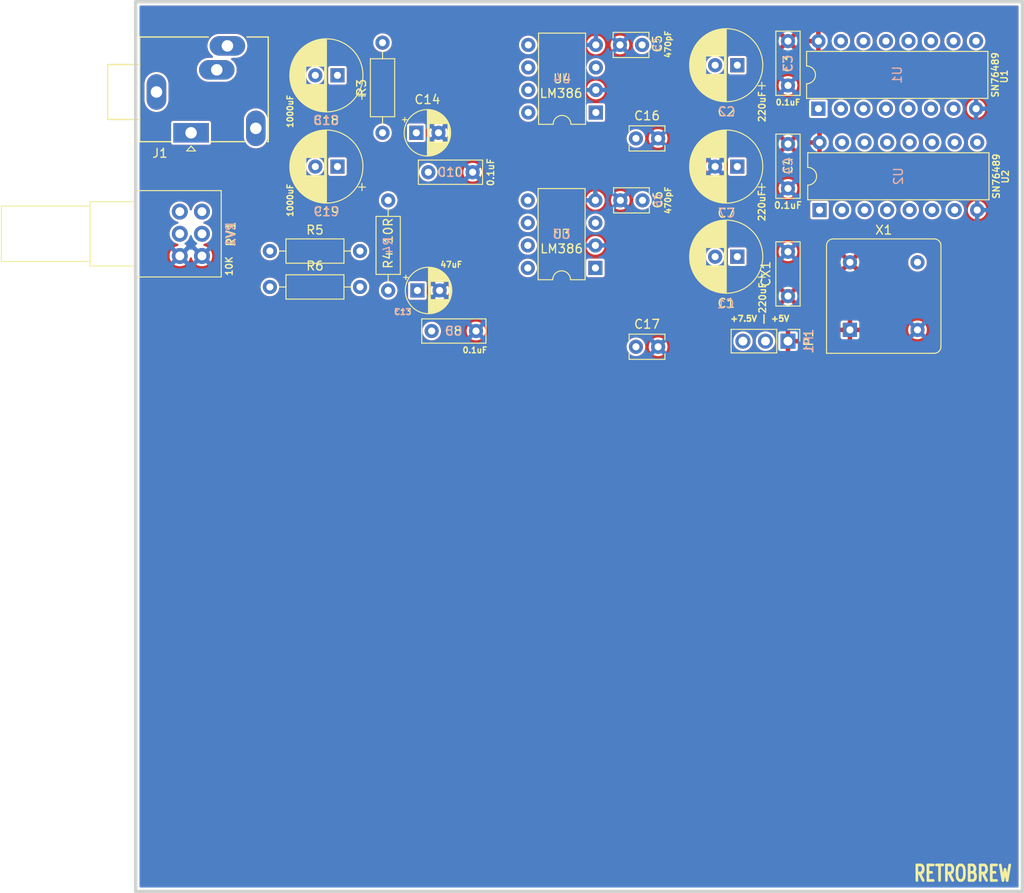
<source format=kicad_pcb>
(kicad_pcb (version 20171130) (host pcbnew "(5.1.12)-1")
  (title_block (date 2021-04-03))
  (layers (0 Component signal) (31 Copper signal) (34 B.Paste user hide) (35 F.Paste user hide) (36 B.SilkS user) (37 F.SilkS user) (38 B.Mask user) (39 F.Mask user) (44 Edge.Cuts user))
  (net 0 "")
  (net 1 GND)
  (net 2 VCC)
  (net 3 /D7)
  (net 4 /D6)
  (net 5 /D5)
  (net 6 /D4)
  (net 7 /D3)
  (net 8 /D2)
  (net 9 /D1)
  (net 10 /D0)
  (net 11 /~WR)
  (net 12 /SN_CLK)
  (net 13 /~WAIT)
  (net 14 /AMPPWR)
  (net 15 "Net-(C1-Pad2)")
  (net 16 "Net-(C2-Pad2)")
  (net 17 "Net-(C5-Pad1)")
  (net 18 "Net-(C6-Pad1)")
  (net 19 "Net-(C13-Pad1)")
  (net 20 "Net-(C16-Pad1)")
  (net 21 "Net-(C17-Pad1)")
  (net 22 "Net-(C14-Pad1)")
  (net 23 "Net-(C18-Pad1)")
  (net 24 "Net-(R5-Pad2)")
  (net 25 "Net-(R6-Pad2)")
  (net 26 /SN_R)
  (net 27 /SN_L)
  (net 28 "Net-(C19-Pad1)")
  (module Capacitor_THT:C_Disc_D3.8mm_W2.6mm_P2.50mm (layer Component) (at 206.375 86.36)
    (fp_text reference C17 (at 1.25 -2.55) (layer F.SilkS))
    (fp_text value 47pF)
    (pad 2 thru_hole circle (at 2.5 0) (size 1.6 1.6) (drill 0.8) (layers *.Cu *.Mask) (net 1 GND))
    (pad 1 thru_hole circle (at 0 0) (size 1.6 1.6) (drill 0.8) (layers *.Cu *.Mask) (net 21 "Net-(C17-Pad1)"))
  )
  (module Capacitor_THT:C_Disc_D3.8mm_W2.6mm_P2.50mm (layer Component) (at 206.375 62.865)
    (fp_text reference C16 (at 1.25 -2.55) (layer F.SilkS))
    (fp_text value 47pF)
    (pad 2 thru_hole circle (at 2.5 0) (size 1.6 1.6) (drill 0.8) (layers *.Cu *.Mask) (net 1 GND))
    (pad 1 thru_hole circle (at 0 0) (size 1.6 1.6) (drill 0.8) (layers *.Cu *.Mask) (net 20 "Net-(C16-Pad1)"))
  )
  (module Resistor_THT:R_Axial_DIN0207_L6.3mm_D2.5mm_P10.16mm_Horizontal (layer Component) (at 165.1 79.615)
    (fp_text reference R6 (at 5.08 -2.37) (layer F.SilkS))
    (fp_text value 33K)
    (pad 2 thru_hole oval (at 10.16 0) (size 1.6 1.6) (drill 0.8) (layers *.Cu *.Mask) (net 25 "Net-(R6-Pad2)"))
    (pad 1 thru_hole circle (at 0 0) (size 1.6 1.6) (drill 0.8) (layers *.Cu *.Mask) (net 16 "Net-(C2-Pad2)"))
  )
  (module Resistor_THT:R_Axial_DIN0207_L6.3mm_D2.5mm_P10.16mm_Horizontal (layer Component) (at 165.1 75.565)
    (fp_text reference R5 (at 5.08 -2.37) (layer F.SilkS))
    (fp_text value 33K)
    (pad 2 thru_hole oval (at 10.16 0) (size 1.6 1.6) (drill 0.8) (layers *.Cu *.Mask) (net 24 "Net-(R5-Pad2)"))
    (pad 1 thru_hole circle (at 0 0) (size 1.6 1.6) (drill 0.8) (layers *.Cu *.Mask) (net 15 "Net-(C1-Pad2)"))
  )
  (module Capacitor_THT:CP_Radial_D8.0mm_P2.50mm (layer Component) (at 217.805 54.61 180)
    (fp_text reference C2 (at 1.25 -5.25) (layer F.SilkS))
    (fp_text value 220uF (at -2.794 -4.6736 270) (layer F.SilkS) (effects (font (size 0.75 0.75))))
    (fp_text user %R (at 1.1684 -5.2324) (layer B.SilkS) (effects (justify mirror)))
    (pad 2 thru_hole circle (at 2.5 0 180) (size 1.6 1.6) (drill 0.8) (layers *.Cu *.Mask) (net 16 "Net-(C2-Pad2)"))
    (pad 1 thru_hole rect (at 0 0 180) (size 1.6 1.6) (drill 0.8) (layers *.Cu *.Mask) (net 26 /SN_R))
  )
  (module Resistor_THT:R_Axial_DIN0207_L6.3mm_D2.5mm_P10.16mm_Horizontal (layer Component) (at 177.8 62.23 90)
    (fp_text reference R3 (at 5.08 -2.37 90) (layer F.SilkS))
    (fp_text value 10R)
    (pad 2 thru_hole oval (at 10.16 0 90) (size 1.6 1.6) (drill 0.8) (layers *.Cu *.Mask) (net 23 "Net-(C18-Pad1)"))
    (pad 1 thru_hole circle (at 0 0 90) (size 1.6 1.6) (drill 0.8) (layers *.Cu *.Mask) (net 20 "Net-(C16-Pad1)"))
  )
  (module Connector_Audio:StereoJack_3.5mm_Switch_Ledino_KB3SPRS_Horizontal (layer Component) (at 156.21 62.23)
    (fp_text reference J1 (at -3.5 2.3) (layer F.SilkS))
    (fp_text value AudioJack3)
    (pad 3 thru_hole oval (at -3.9 -4.6) (size 2.2 4) (drill 1.3) (layers *.Cu *.Mask))
    (pad 2 thru_hole oval (at 4.1 -9.8) (size 4 2.2) (drill 1.3) (layers *.Cu *.Mask))
    (pad 5 thru_hole oval (at 2.9 -7.1) (size 4 2.2) (drill 1.3) (layers *.Cu *.Mask))
    (pad 4 thru_hole oval (at 7.3 -0.5 90) (size 4 2.2) (drill 1.3) (layers *.Cu *.Mask))
    (pad 1 thru_hole rect (at 0 0) (size 4 2.2) (drill 1.3) (layers *.Cu *.Mask))
  )
  (module Capacitor_THT:CP_Radial_D5.0mm_P2.50mm (layer Component) (at 181.61 62.23)
    (fp_text reference C14 (at 1.25 -3.75) (layer F.SilkS))
    (fp_text value 47uF)
    (pad 2 thru_hole circle (at 2.5 0) (size 1.6 1.6) (drill 0.8) (layers *.Cu *.Mask) (net 1 GND))
    (pad 1 thru_hole rect (at 0 0) (size 1.6 1.6) (drill 0.8) (layers *.Cu *.Mask) (net 22 "Net-(C14-Pad1)"))
  )
  (module Oscillator:Oscillator_DIP-8 (layer Component) (at 230.505 84.455)
    (fp_text reference X1 (at 3.81 -11.26) (layer F.SilkS))
    (fp_text value 3.57595Mhz)
    (pad 4 thru_hole circle (at 7.62 0) (size 1.6 1.6) (drill 0.8) (layers *.Cu *.Mask) (net 1 GND))
    (pad 5 thru_hole circle (at 7.62 -7.62) (size 1.6 1.6) (drill 0.8) (layers *.Cu *.Mask) (net 12 /SN_CLK))
    (pad 8 thru_hole circle (at 0 -7.62) (size 1.6 1.6) (drill 0.8) (layers *.Cu *.Mask) (net 2 VCC))
    (pad 1 thru_hole rect (at 0 0) (size 1.6 1.6) (drill 0.8) (layers *.Cu *.Mask) (net 2 VCC))
  )
  (module Capacitor_THT:C_Disc_D7.0mm_W2.5mm_P5.00mm (layer Component) (at 223.52 80.645 90)
    (fp_text reference CX1 (at 2.5 -2.5 90) (layer F.SilkS))
    (fp_text value 0.1uF)
    (pad 2 thru_hole circle (at 5 0 90) (size 1.6 1.6) (drill 0.8) (layers *.Cu *.Mask) (net 1 GND))
    (pad 1 thru_hole circle (at 0 0 90) (size 1.6 1.6) (drill 0.8) (layers *.Cu *.Mask) (net 2 VCC))
  )
  (module Potentiometer_THT:Potentiometer_Alps_RK097_Dual_Horizontal (layer Component) (at 154.94 71.12 180)
    (fp_text reference RV1 (at -5.7658 -2.54 270) (layer F.SilkS))
    (fp_text value 10K (at -5.5626 -6.1468 270) (layer F.SilkS) (effects (font (size 0.75 0.75))))
    (fp_text user %R (at -5.715 -2.5908 270) (layer B.SilkS) (effects (justify mirror)))
    (pad 4 thru_hole circle (at -2.5 0 180) (size 1.8 1.8) (drill 1) (layers *.Cu *.Mask) (net 25 "Net-(R6-Pad2)"))
    (pad 5 thru_hole circle (at -2.5 -2.5 180) (size 1.8 1.8) (drill 1) (layers *.Cu *.Mask) (net 17 "Net-(C5-Pad1)"))
    (pad 6 thru_hole circle (at -2.5 -5 180) (size 1.8 1.8) (drill 1) (layers *.Cu *.Mask) (net 1 GND))
    (pad 1 thru_hole circle (at 0 0 180) (size 1.8 1.8) (drill 1) (layers *.Cu *.Mask) (net 24 "Net-(R5-Pad2)"))
    (pad 2 thru_hole circle (at 0 -2.5 180) (size 1.8 1.8) (drill 1) (layers *.Cu *.Mask) (net 18 "Net-(C6-Pad1)"))
    (pad 3 thru_hole circle (at 0 -5 180) (size 1.8 1.8) (drill 1) (layers *.Cu *.Mask) (net 1 GND))
  )
  (module Capacitor_THT:C_Disc_D3.8mm_W2.6mm_P2.50mm (layer Component) (at 207.0735 52.324 180)
    (fp_text reference C5 (at -1.7145 0.127 90) (layer F.SilkS))
    (fp_text value 470pF (at -2.921 0.0635 90) (layer F.SilkS) (effects (font (size 0.66 0.66))))
    (fp_text user %R (at -1.651 0.0635 90) (layer B.SilkS) (effects (font (size 0.76 0.76) (thickness 0.114)) (justify mirror)))
    (pad 2 thru_hole circle (at 2.5 0 180) (size 1.6 1.6) (drill 0.8) (layers *.Cu *.Mask) (net 1 GND))
    (pad 1 thru_hole circle (at 0 0 180) (size 1.6 1.6) (drill 0.8) (layers *.Cu *.Mask) (net 17 "Net-(C5-Pad1)"))
  )
  (module Capacitor_THT:C_Disc_D3.8mm_W2.6mm_P2.50mm (layer Component) (at 207.117 69.85 180)
    (fp_text reference C6 (at -1.7345 0.0635 90) (layer F.SilkS))
    (fp_text value 470pF (at -2.8775 0 90) (layer F.SilkS) (effects (font (size 0.66 0.66))))
    (fp_text user %R (at -1.7345 0 90) (layer B.SilkS) (effects (font (size 0.76 0.76) (thickness 0.114)) (justify mirror)))
    (pad 2 thru_hole circle (at 2.5 0 180) (size 1.6 1.6) (drill 0.8) (layers *.Cu *.Mask) (net 1 GND))
    (pad 1 thru_hole circle (at 0 0 180) (size 1.6 1.6) (drill 0.8) (layers *.Cu *.Mask) (net 18 "Net-(C6-Pad1)"))
  )
  (module Connector_PinHeader_2.54mm:PinHeader_1x03_P2.54mm_Vertical (layer Component) (at 223.52 85.725 270)
    (fp_text reference JP1 (at 0 -2.33 90) (layer F.SilkS))
    (fp_text value Jumper_3_Open)
    (fp_text user %R (at 0 -2.3495 90) (layer B.SilkS) (effects (justify mirror)))
    (pad 3 thru_hole oval (at 0 5.08 270) (size 1.7 1.7) (drill 1) (layers *.Cu *.Mask))
    (pad 2 thru_hole oval (at 0 2.54 270) (size 1.7 1.7) (drill 1) (layers *.Cu *.Mask) (net 14 /AMPPWR))
    (pad 1 thru_hole rect (at 0 0 270) (size 1.7 1.7) (drill 1) (layers *.Cu *.Mask) (net 2 VCC))
  )
  (module Package_DIP:DIP-16_W7.62mm (layer Component) (at 227.076 70.942 90)
    (fp_text reference U2 (at 3.759 20.955 90) (layer F.SilkS) (effects (font (size 0.75 0.75))))
    (fp_text value SN76489 (at 3.81 19.939 90) (layer F.SilkS) (effects (font (size 0.75 0.75))))
    (fp_text user %R (at 3.81 8.89 90) (layer B.SilkS) (effects (justify mirror)))
    (pad 16 thru_hole oval (at 7.62 0 90) (size 1.6 1.6) (drill 0.8) (layers *.Cu *.Mask) (net 2 VCC))
    (pad 8 thru_hole oval (at 0 17.78 90) (size 1.6 1.6) (drill 0.8) (layers *.Cu *.Mask) (net 1 GND))
    (pad 15 thru_hole oval (at 7.62 2.54 90) (size 1.6 1.6) (drill 0.8) (layers *.Cu *.Mask) (net 6 /D4))
    (pad 7 thru_hole oval (at 0 15.24 90) (size 1.6 1.6) (drill 0.8) (layers *.Cu *.Mask) (net 27 /SN_L))
    (pad 14 thru_hole oval (at 7.62 5.08 90) (size 1.6 1.6) (drill 0.8) (layers *.Cu *.Mask) (net 12 /SN_CLK))
    (pad 6 thru_hole oval (at 0 12.7 90) (size 1.6 1.6) (drill 0.8) (layers *.Cu *.Mask))
    (pad 13 thru_hole oval (at 7.62 7.62 90) (size 1.6 1.6) (drill 0.8) (layers *.Cu *.Mask) (net 7 /D3))
    (pad 5 thru_hole oval (at 0 10.16 90) (size 1.6 1.6) (drill 0.8) (layers *.Cu *.Mask) (net 11 /~WR))
    (pad 12 thru_hole oval (at 7.62 10.16 90) (size 1.6 1.6) (drill 0.8) (layers *.Cu *.Mask) (net 8 /D2))
    (pad 4 thru_hole oval (at 0 7.62 90) (size 1.6 1.6) (drill 0.8) (layers *.Cu *.Mask) (net 13 /~WAIT))
    (pad 11 thru_hole oval (at 7.62 12.7 90) (size 1.6 1.6) (drill 0.8) (layers *.Cu *.Mask) (net 9 /D1))
    (pad 3 thru_hole oval (at 0 5.08 90) (size 1.6 1.6) (drill 0.8) (layers *.Cu *.Mask) (net 3 /D7))
    (pad 10 thru_hole oval (at 7.62 15.24 90) (size 1.6 1.6) (drill 0.8) (layers *.Cu *.Mask) (net 10 /D0))
    (pad 2 thru_hole oval (at 0 2.54 90) (size 1.6 1.6) (drill 0.8) (layers *.Cu *.Mask) (net 4 /D6))
    (pad 9 thru_hole oval (at 7.62 17.78 90) (size 1.6 1.6) (drill 0.8) (layers *.Cu *.Mask))
    (pad 1 thru_hole rect (at 0 0 90) (size 1.6 1.6) (drill 0.8) (layers *.Cu *.Mask) (net 5 /D5))
  )
  (module Package_DIP:DIP-16_W7.62mm (layer Component) (at 226.949 59.512 90)
    (fp_text reference U1 (at 3.632 20.955 90) (layer F.SilkS) (effects (font (size 0.75 0.75))))
    (fp_text value SN76489 (at 3.81 19.939 90) (layer F.SilkS) (effects (font (size 0.75 0.75))))
    (fp_text user %R (at 3.81 8.89 90) (layer B.SilkS) (effects (justify mirror)))
    (pad 16 thru_hole oval (at 7.62 0 90) (size 1.6 1.6) (drill 0.8) (layers *.Cu *.Mask) (net 2 VCC))
    (pad 8 thru_hole oval (at 0 17.78 90) (size 1.6 1.6) (drill 0.8) (layers *.Cu *.Mask) (net 1 GND))
    (pad 15 thru_hole oval (at 7.62 2.54 90) (size 1.6 1.6) (drill 0.8) (layers *.Cu *.Mask) (net 6 /D4))
    (pad 7 thru_hole oval (at 0 15.24 90) (size 1.6 1.6) (drill 0.8) (layers *.Cu *.Mask) (net 26 /SN_R))
    (pad 14 thru_hole oval (at 7.62 5.08 90) (size 1.6 1.6) (drill 0.8) (layers *.Cu *.Mask) (net 12 /SN_CLK))
    (pad 6 thru_hole oval (at 0 12.7 90) (size 1.6 1.6) (drill 0.8) (layers *.Cu *.Mask))
    (pad 13 thru_hole oval (at 7.62 7.62 90) (size 1.6 1.6) (drill 0.8) (layers *.Cu *.Mask) (net 7 /D3))
    (pad 5 thru_hole oval (at 0 10.16 90) (size 1.6 1.6) (drill 0.8) (layers *.Cu *.Mask) (net 11 /~WR))
    (pad 12 thru_hole oval (at 7.62 10.16 90) (size 1.6 1.6) (drill 0.8) (layers *.Cu *.Mask) (net 8 /D2))
    (pad 4 thru_hole oval (at 0 7.62 90) (size 1.6 1.6) (drill 0.8) (layers *.Cu *.Mask) (net 13 /~WAIT))
    (pad 11 thru_hole oval (at 7.62 12.7 90) (size 1.6 1.6) (drill 0.8) (layers *.Cu *.Mask) (net 9 /D1))
    (pad 3 thru_hole oval (at 0 5.08 90) (size 1.6 1.6) (drill 0.8) (layers *.Cu *.Mask) (net 3 /D7))
    (pad 10 thru_hole oval (at 7.62 15.24 90) (size 1.6 1.6) (drill 0.8) (layers *.Cu *.Mask) (net 10 /D0))
    (pad 2 thru_hole oval (at 0 2.54 90) (size 1.6 1.6) (drill 0.8) (layers *.Cu *.Mask) (net 4 /D6))
    (pad 9 thru_hole oval (at 7.62 17.78 90) (size 1.6 1.6) (drill 0.8) (layers *.Cu *.Mask))
    (pad 1 thru_hole rect (at 0 0 90) (size 1.6 1.6) (drill 0.8) (layers *.Cu *.Mask) (net 5 /D5))
  )
  (module Package_DIP:DIP-8_W7.62mm (layer Component) (at 201.803 77.47 180)
    (fp_text reference U3 (at 3.81 3.81) (layer F.SilkS))
    (fp_text value LM386 (at 3.81 2.159) (layer F.SilkS))
    (fp_text user %R (at 3.81 3.81) (layer B.SilkS) (effects (justify mirror)))
    (pad 8 thru_hole oval (at 7.62 0 180) (size 1.6 1.6) (drill 0.8) (layers *.Cu *.Mask))
    (pad 4 thru_hole oval (at 0 7.62 180) (size 1.6 1.6) (drill 0.8) (layers *.Cu *.Mask) (net 1 GND))
    (pad 7 thru_hole oval (at 7.62 2.54 180) (size 1.6 1.6) (drill 0.8) (layers *.Cu *.Mask) (net 19 "Net-(C13-Pad1)"))
    (pad 3 thru_hole oval (at 0 5.08 180) (size 1.6 1.6) (drill 0.8) (layers *.Cu *.Mask) (net 18 "Net-(C6-Pad1)"))
    (pad 6 thru_hole oval (at 7.62 5.08 180) (size 1.6 1.6) (drill 0.8) (layers *.Cu *.Mask) (net 14 /AMPPWR))
    (pad 2 thru_hole oval (at 0 2.54 180) (size 1.6 1.6) (drill 0.8) (layers *.Cu *.Mask) (net 1 GND))
    (pad 5 thru_hole oval (at 7.62 7.62 180) (size 1.6 1.6) (drill 0.8) (layers *.Cu *.Mask) (net 28 "Net-(C19-Pad1)"))
    (pad 1 thru_hole rect (at 0 0 180) (size 1.6 1.6) (drill 0.8) (layers *.Cu *.Mask))
  )
  (module Capacitor_THT:CP_Radial_D8.0mm_P2.50mm (layer Component) (at 172.72 55.753 180)
    (fp_text reference C18 (at 1.27 -5.08) (layer F.SilkS))
    (fp_text value 1000uF (at 5.334 -4.064 90) (layer F.SilkS) (effects (font (size 0.66 0.66))))
    (fp_text user %R (at 1.27 -5.08) (layer B.SilkS) (effects (justify mirror)))
    (pad 2 thru_hole circle (at 2.5 0 180) (size 1.6 1.6) (drill 0.8) (layers *.Cu *.Mask))
    (pad 1 thru_hole rect (at 0 0 180) (size 1.6 1.6) (drill 0.8) (layers *.Cu *.Mask) (net 23 "Net-(C18-Pad1)"))
  )
  (module Capacitor_THT:CP_Radial_D5.0mm_P2.50mm (layer Component) (at 181.737 80.01)
    (fp_text reference C13 (at -1.651 2.413) (layer F.SilkS) (effects (font (size 0.66 0.66))))
    (fp_text value 47uF (at 3.81 -2.921) (layer F.SilkS) (effects (font (size 0.66 0.66))))
    (fp_text user %R (at -1.651 2.413) (layer B.SilkS) (effects (font (size 0.66 0.66)) (justify mirror)))
    (pad 2 thru_hole circle (at 2.5 0) (size 1.6 1.6) (drill 0.8) (layers *.Cu *.Mask) (net 1 GND))
    (pad 1 thru_hole rect (at 0 0) (size 1.6 1.6) (drill 0.8) (layers *.Cu *.Mask) (net 19 "Net-(C13-Pad1)"))
  )
  (module Package_DIP:DIP-8_W7.62mm (layer Component) (at 201.854 59.944 180)
    (fp_text reference U4 (at 3.81 3.81) (layer F.SilkS))
    (fp_text value LM386 (at 3.9245 2.159) (layer F.SilkS))
    (fp_text user %R (at 3.81 3.81) (layer B.SilkS) (effects (justify mirror)))
    (pad 8 thru_hole oval (at 7.62 0 180) (size 1.6 1.6) (drill 0.8) (layers *.Cu *.Mask))
    (pad 4 thru_hole oval (at 0 7.62 180) (size 1.6 1.6) (drill 0.8) (layers *.Cu *.Mask) (net 1 GND))
    (pad 7 thru_hole oval (at 7.62 2.54 180) (size 1.6 1.6) (drill 0.8) (layers *.Cu *.Mask) (net 22 "Net-(C14-Pad1)"))
    (pad 3 thru_hole oval (at 0 5.08 180) (size 1.6 1.6) (drill 0.8) (layers *.Cu *.Mask) (net 17 "Net-(C5-Pad1)"))
    (pad 6 thru_hole oval (at 7.62 5.08 180) (size 1.6 1.6) (drill 0.8) (layers *.Cu *.Mask) (net 14 /AMPPWR))
    (pad 2 thru_hole oval (at 0 2.54 180) (size 1.6 1.6) (drill 0.8) (layers *.Cu *.Mask) (net 1 GND))
    (pad 5 thru_hole oval (at 7.62 7.62 180) (size 1.6 1.6) (drill 0.8) (layers *.Cu *.Mask) (net 23 "Net-(C18-Pad1)"))
    (pad 1 thru_hole rect (at 0 0 180) (size 1.6 1.6) (drill 0.8) (layers *.Cu *.Mask))
  )
  (module Resistor_THT:R_Axial_DIN0207_L6.3mm_D2.5mm_P10.16mm_Horizontal (layer Component) (at 178.435 80.01 90)
    (fp_text reference R4 (at 3.429 0 90) (layer F.SilkS))
    (fp_text value 10R (at 6.731 0 90) (layer F.SilkS))
    (fp_text user %R (at 5.08 0 90) (layer B.SilkS) (effects (justify mirror)))
    (pad 2 thru_hole oval (at 10.16 0 90) (size 1.6 1.6) (drill 0.8) (layers *.Cu *.Mask) (net 28 "Net-(C19-Pad1)"))
    (pad 1 thru_hole circle (at 0 0 90) (size 1.6 1.6) (drill 0.8) (layers *.Cu *.Mask) (net 21 "Net-(C17-Pad1)"))
  )
  (module Capacitor_THT:CP_Radial_D8.0mm_P2.50mm (layer Component) (at 172.72 66.04 180)
    (fp_text reference C19 (at 1.25 -5.08) (layer F.SilkS))
    (fp_text value 1000uF (at 5.334 -3.81 90) (layer F.SilkS) (effects (font (size 0.66 0.66))))
    (fp_text user %R (at 1.25 -5.08) (layer B.SilkS) (effects (justify mirror)))
    (pad 2 thru_hole circle (at 2.5 0 180) (size 1.6 1.6) (drill 0.8) (layers *.Cu *.Mask))
    (pad 1 thru_hole rect (at 0 0 180) (size 1.6 1.6) (drill 0.8) (layers *.Cu *.Mask) (net 28 "Net-(C19-Pad1)"))
  )
  (module Capacitor_THT:CP_Radial_D8.0mm_P2.50mm (layer Component) (at 217.805 66.04 180)
    (fp_text reference C7 (at 1.25 -5.25) (layer F.SilkS))
    (fp_text value 220uF (at -2.7686 -4.4196 90) (layer F.SilkS) (effects (font (size 0.75 0.75))))
    (fp_text user %R (at 1.1938 -5.2324) (layer B.SilkS) (effects (justify mirror)))
    (pad 2 thru_hole circle (at 2.5 0 180) (size 1.6 1.6) (drill 0.8) (layers *.Cu *.Mask) (net 1 GND))
    (pad 1 thru_hole rect (at 0 0 180) (size 1.6 1.6) (drill 0.8) (layers *.Cu *.Mask) (net 14 /AMPPWR))
  )
  (module Capacitor_THT:C_Disc_D7.0mm_W2.5mm_P5.00mm (layer Component) (at 187.96 66.675 180)
    (fp_text reference C10 (at 2.54 0) (layer F.SilkS))
    (fp_text value 0.1uF (at -2.032 0 270) (layer F.SilkS) (effects (font (size 0.75 0.75))))
    (fp_text user %R (at 2.5 0) (layer B.SilkS) (effects (justify mirror)))
    (pad 2 thru_hole circle (at 5 0 180) (size 1.6 1.6) (drill 0.8) (layers *.Cu *.Mask) (net 14 /AMPPWR))
    (pad 1 thru_hole circle (at 0 0 180) (size 1.6 1.6) (drill 0.8) (layers *.Cu *.Mask) (net 1 GND))
  )
  (module Capacitor_THT:C_Disc_D7.0mm_W2.5mm_P5.00mm (layer Component) (at 188.341 84.582 180)
    (fp_text reference C8 (at 2.54 0) (layer F.SilkS))
    (fp_text value 0.1uF (at 0.127 -2.159) (layer F.SilkS) (effects (font (size 0.66 0.66))))
    (fp_text user %R (at 2.5 0) (layer B.SilkS) (effects (justify mirror)))
    (pad 2 thru_hole circle (at 5 0 180) (size 1.6 1.6) (drill 0.8) (layers *.Cu *.Mask) (net 14 /AMPPWR))
    (pad 1 thru_hole circle (at 0 0 180) (size 1.6 1.6) (drill 0.8) (layers *.Cu *.Mask) (net 1 GND))
  )
  (module Capacitor_THT:CP_Radial_D8.0mm_P2.50mm (layer Component) (at 217.805 76.2 180)
    (fp_text reference C1 (at 1.25 -5.25) (layer F.SilkS))
    (fp_text value 220uF (at -2.8448 -4.6482 270) (layer F.SilkS) (effects (font (size 0.75 0.75))))
    (fp_text user %R (at 1.3208 -5.3086) (layer B.SilkS) (effects (justify mirror)))
    (pad 2 thru_hole circle (at 2.5 0 180) (size 1.6 1.6) (drill 0.8) (layers *.Cu *.Mask) (net 15 "Net-(C1-Pad2)"))
    (pad 1 thru_hole rect (at 0 0 180) (size 1.6 1.6) (drill 0.8) (layers *.Cu *.Mask) (net 27 /SN_L))
  )
  (module Capacitor_THT:C_Disc_D7.0mm_W2.5mm_P5.00mm (layer Component) (at 223.52 63.5 270)
    (fp_text reference C4 (at 2.4384 0 90) (layer F.SilkS))
    (fp_text value 0.1uF (at 6.912 0 180) (layer F.SilkS) (effects (font (size 0.75 0.75))))
    (fp_text user %R (at 2.5 0 90) (layer B.SilkS) (effects (justify mirror)))
    (pad 2 thru_hole circle (at 5 0 270) (size 1.6 1.6) (drill 0.8) (layers *.Cu *.Mask) (net 1 GND))
    (pad 1 thru_hole circle (at 0 0 270) (size 1.6 1.6) (drill 0.8) (layers *.Cu *.Mask) (net 2 VCC))
  )
  (module Capacitor_THT:C_Disc_D7.0mm_W2.5mm_P5.00mm (layer Component) (at 223.52 51.892 270)
    (fp_text reference C3 (at 2.54 0 90) (layer F.SilkS))
    (fp_text value 0.1uF (at 6.909 0 180) (layer F.SilkS) (effects (font (size 0.66 0.66))))
    (fp_text user %R (at 2.5 0 90) (layer B.SilkS) (effects (justify mirror)))
    (pad 2 thru_hole circle (at 5 0 270) (size 1.6 1.6) (drill 0.8) (layers *.Cu *.Mask) (net 1 GND))
    (pad 1 thru_hole circle (at 0 0 270) (size 1.6 1.6) (drill 0.8) (layers *.Cu *.Mask) (net 2 VCC))
  )
  (gr_text "+7.5V | +5V" (at 220.345 83.185) (layer F.SilkS) (effects (font (size 0.66 0.66) (thickness 0.165))))
  (gr_line (start 149.9614 47.4472) (end 149.9614 147.7772) (angle 90) (layer Edge.Cuts) (width 0.381))
  (gr_text RETROBREW (at 243.2304 145.7452) (layer F.SilkS) (effects (font (size 1.75 1.25) (thickness 0.3048))))
  (gr_line (start 249.9614 47.4472) (end 249.9614 147.7772) (angle 90) (layer Edge.Cuts) (width 0.381))
  (gr_line (start 149.9614 47.448376) (end 249.9614 47.448376) (angle 90) (layer Edge.Cuts) (width 0.381))
  (gr_line (start 249.9614 147.7772) (end 149.9614 147.7772) (angle 90) (layer Edge.Cuts) (width 0.381))
  (zone (net 2) (net_name VCC) (layer Component) (connect_pads (clearance 0.254)) (min_thickness 0.254) (fill yes (arc_segments 32) (thermal_gap 0.508) (thermal_bridge_width 0.508))
    (polygon (pts (xy 249.936 147.701) (xy 149.987 147.701) (xy 149.86 47.498) (xy 249.936 47.498)))
  )
  (zone (net 1) (net_name GND) (layer Copper) (connect_pads (clearance 0.254)) (min_thickness 0.254) (fill yes (arc_segments 32) (thermal_gap 0.508) (thermal_bridge_width 0.508))
    (polygon (pts (xy 249.936 147.701) (xy 149.987 147.701) (xy 149.987 47.498) (xy 249.936 47.498)))
  )
)
</source>
